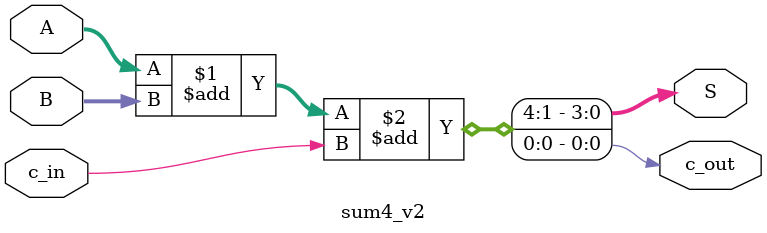
<source format=v>
module sum4_v2(output wire[3:0] S, output wire c_out, input wire[3:0] A, input wire[3:0] B, input wire c_in);

  assign {S, c_out} = A + B + c_in;

endmodule
</source>
